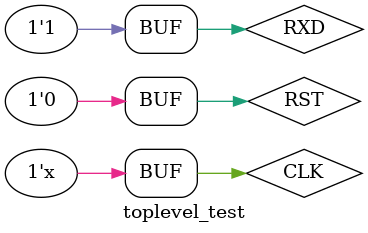
<source format=v>
`timescale 1ns / 1ps


module toplevel_test;

	// Inputs
	reg RST;
	reg CLK;
	reg RXD;

	// Outputs
	wire TXD;
	wire [13:0] debug;

	// Instantiate the Unit Under Test (UUT)
	topmodule uut (
		.RST(RST), 
		.CLK(CLK), 
		.RXD(RXD), 
		.TXD(TXD), 
		.debug(debug)
	);

	initial begin
		// Initialize Inputs
		RST = 1;
		CLK = 0;
		RXD  = 1;

		// Wait for global reset to finish
		#1000;
		RST = 0;
		#3000;
		
		//...STOP, START, 1, 0, 1, 0, 1, 0, 1, 0, STOP... 
		RXD = 0;
		#1000;
		RXD = 0;
		#1000;
		RXD = 1;
		#1000;
		RXD = 0;
		#1000;
		RXD = 1;
		#1000;
		RXD = 0;
		#1000;
		RXD = 1;
		#1000;
		RXD = 0;
		#1000;
		RXD = 1;
		#1000;
		RXD = 1;
		#1000;

		#15000;
		
		RXD = 0;
		#1000;
		RXD = 0;
		#1000;
		RXD = 1;
		#1000;
		RXD = 0;
		#1000;
		RXD = 1;
		#1000;
		RXD = 0;
		#1000;
		RXD = 1;
		#1000;
		RXD = 0;
		#1000;
		RXD = 1;
		#1000;
		RXD = 1;
		#1000;
		
	end
      
always #18.52 CLK <= ~CLK;

endmodule


</source>
